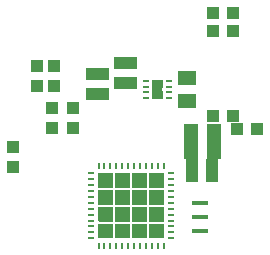
<source format=gbr>
G04 EAGLE Gerber RS-274X export*
G75*
%MOMM*%
%FSLAX34Y34*%
%LPD*%
%INSolderpaste Bottom*%
%IPPOS*%
%AMOC8*
5,1,8,0,0,1.08239X$1,22.5*%
G01*
%ADD10R,1.399997X0.400000*%
%ADD11R,1.100000X1.000000*%
%ADD12R,1.000000X1.100000*%
%ADD13R,1.300000X1.500000*%
%ADD14R,0.550000X0.254000*%
%ADD15R,0.254000X0.550000*%
%ADD16R,0.500000X0.250000*%
%ADD17R,0.900000X1.600000*%
%ADD18R,1.500000X1.300000*%

G36*
X24275Y103999D02*
X24275Y103999D01*
X24277Y103998D01*
X24320Y104018D01*
X24364Y104036D01*
X24364Y104038D01*
X24366Y104039D01*
X24399Y104124D01*
X24399Y116348D01*
X24398Y116350D01*
X24399Y116352D01*
X24379Y116395D01*
X24361Y116439D01*
X24359Y116439D01*
X24358Y116441D01*
X24273Y116474D01*
X12049Y116474D01*
X12047Y116473D01*
X12045Y116474D01*
X12002Y116454D01*
X11958Y116436D01*
X11958Y116434D01*
X11956Y116433D01*
X11923Y116348D01*
X11923Y104124D01*
X11924Y104122D01*
X11923Y104120D01*
X11943Y104077D01*
X11961Y104033D01*
X11963Y104033D01*
X11964Y104031D01*
X12049Y103998D01*
X24273Y103998D01*
X24275Y103999D01*
G37*
G36*
X-4173Y103999D02*
X-4173Y103999D01*
X-4171Y103998D01*
X-4128Y104018D01*
X-4084Y104036D01*
X-4084Y104038D01*
X-4082Y104039D01*
X-4049Y104124D01*
X-4049Y116348D01*
X-4050Y116350D01*
X-4049Y116352D01*
X-4069Y116395D01*
X-4087Y116439D01*
X-4089Y116439D01*
X-4090Y116441D01*
X-4175Y116474D01*
X-16399Y116474D01*
X-16401Y116473D01*
X-16403Y116474D01*
X-16446Y116454D01*
X-16490Y116436D01*
X-16490Y116434D01*
X-16492Y116433D01*
X-16525Y116348D01*
X-16525Y104124D01*
X-16524Y104122D01*
X-16525Y104120D01*
X-16505Y104077D01*
X-16487Y104033D01*
X-16485Y104033D01*
X-16484Y104031D01*
X-16399Y103998D01*
X-4175Y103998D01*
X-4173Y103999D01*
G37*
G36*
X-18397Y103999D02*
X-18397Y103999D01*
X-18395Y103998D01*
X-18352Y104018D01*
X-18308Y104036D01*
X-18308Y104038D01*
X-18306Y104039D01*
X-18273Y104124D01*
X-18273Y116348D01*
X-18274Y116350D01*
X-18273Y116352D01*
X-18293Y116395D01*
X-18311Y116439D01*
X-18313Y116439D01*
X-18314Y116441D01*
X-18399Y116474D01*
X-30623Y116474D01*
X-30625Y116473D01*
X-30627Y116474D01*
X-30670Y116454D01*
X-30714Y116436D01*
X-30714Y116434D01*
X-30716Y116433D01*
X-30749Y116348D01*
X-30749Y104124D01*
X-30748Y104122D01*
X-30749Y104120D01*
X-30729Y104077D01*
X-30711Y104033D01*
X-30709Y104033D01*
X-30708Y104031D01*
X-30623Y103998D01*
X-18399Y103998D01*
X-18397Y103999D01*
G37*
G36*
X10051Y103999D02*
X10051Y103999D01*
X10053Y103998D01*
X10096Y104018D01*
X10140Y104036D01*
X10140Y104038D01*
X10142Y104039D01*
X10175Y104124D01*
X10175Y116348D01*
X10174Y116350D01*
X10175Y116352D01*
X10155Y116395D01*
X10137Y116439D01*
X10135Y116439D01*
X10134Y116441D01*
X10049Y116474D01*
X-2175Y116474D01*
X-2177Y116473D01*
X-2179Y116474D01*
X-2222Y116454D01*
X-2266Y116436D01*
X-2266Y116434D01*
X-2268Y116433D01*
X-2301Y116348D01*
X-2301Y104124D01*
X-2300Y104122D01*
X-2301Y104120D01*
X-2281Y104077D01*
X-2263Y104033D01*
X-2261Y104033D01*
X-2260Y104031D01*
X-2175Y103998D01*
X10049Y103998D01*
X10051Y103999D01*
G37*
G36*
X-4173Y89775D02*
X-4173Y89775D01*
X-4171Y89774D01*
X-4128Y89794D01*
X-4084Y89812D01*
X-4084Y89814D01*
X-4082Y89815D01*
X-4049Y89900D01*
X-4049Y102124D01*
X-4050Y102126D01*
X-4049Y102128D01*
X-4069Y102171D01*
X-4087Y102215D01*
X-4089Y102215D01*
X-4090Y102217D01*
X-4175Y102250D01*
X-16399Y102250D01*
X-16401Y102249D01*
X-16403Y102250D01*
X-16446Y102230D01*
X-16490Y102212D01*
X-16490Y102210D01*
X-16492Y102209D01*
X-16525Y102124D01*
X-16525Y89900D01*
X-16524Y89898D01*
X-16525Y89896D01*
X-16505Y89853D01*
X-16487Y89809D01*
X-16485Y89809D01*
X-16484Y89807D01*
X-16399Y89774D01*
X-4175Y89774D01*
X-4173Y89775D01*
G37*
G36*
X10051Y89775D02*
X10051Y89775D01*
X10053Y89774D01*
X10096Y89794D01*
X10140Y89812D01*
X10140Y89814D01*
X10142Y89815D01*
X10175Y89900D01*
X10175Y102124D01*
X10174Y102126D01*
X10175Y102128D01*
X10155Y102171D01*
X10137Y102215D01*
X10135Y102215D01*
X10134Y102217D01*
X10049Y102250D01*
X-2175Y102250D01*
X-2177Y102249D01*
X-2179Y102250D01*
X-2222Y102230D01*
X-2266Y102212D01*
X-2266Y102210D01*
X-2268Y102209D01*
X-2301Y102124D01*
X-2301Y89900D01*
X-2300Y89898D01*
X-2301Y89896D01*
X-2281Y89853D01*
X-2263Y89809D01*
X-2261Y89809D01*
X-2260Y89807D01*
X-2175Y89774D01*
X10049Y89774D01*
X10051Y89775D01*
G37*
G36*
X-18397Y89775D02*
X-18397Y89775D01*
X-18395Y89774D01*
X-18352Y89794D01*
X-18308Y89812D01*
X-18308Y89814D01*
X-18306Y89815D01*
X-18273Y89900D01*
X-18273Y102124D01*
X-18274Y102126D01*
X-18273Y102128D01*
X-18293Y102171D01*
X-18311Y102215D01*
X-18313Y102215D01*
X-18314Y102217D01*
X-18399Y102250D01*
X-30623Y102250D01*
X-30625Y102249D01*
X-30627Y102250D01*
X-30670Y102230D01*
X-30714Y102212D01*
X-30714Y102210D01*
X-30716Y102209D01*
X-30749Y102124D01*
X-30749Y89900D01*
X-30748Y89898D01*
X-30749Y89896D01*
X-30729Y89853D01*
X-30711Y89809D01*
X-30709Y89809D01*
X-30708Y89807D01*
X-30623Y89774D01*
X-18399Y89774D01*
X-18397Y89775D01*
G37*
G36*
X24275Y89775D02*
X24275Y89775D01*
X24277Y89774D01*
X24320Y89794D01*
X24364Y89812D01*
X24364Y89814D01*
X24366Y89815D01*
X24399Y89900D01*
X24399Y102124D01*
X24398Y102126D01*
X24399Y102128D01*
X24379Y102171D01*
X24361Y102215D01*
X24359Y102215D01*
X24358Y102217D01*
X24273Y102250D01*
X12049Y102250D01*
X12047Y102249D01*
X12045Y102250D01*
X12002Y102230D01*
X11958Y102212D01*
X11958Y102210D01*
X11956Y102209D01*
X11923Y102124D01*
X11923Y89900D01*
X11924Y89898D01*
X11923Y89896D01*
X11943Y89853D01*
X11961Y89809D01*
X11963Y89809D01*
X11964Y89807D01*
X12049Y89774D01*
X24273Y89774D01*
X24275Y89775D01*
G37*
G36*
X10051Y75551D02*
X10051Y75551D01*
X10053Y75550D01*
X10096Y75570D01*
X10140Y75588D01*
X10140Y75590D01*
X10142Y75591D01*
X10175Y75676D01*
X10175Y87900D01*
X10174Y87902D01*
X10175Y87904D01*
X10155Y87947D01*
X10137Y87991D01*
X10135Y87991D01*
X10134Y87993D01*
X10049Y88026D01*
X-2175Y88026D01*
X-2177Y88025D01*
X-2179Y88026D01*
X-2222Y88006D01*
X-2266Y87988D01*
X-2266Y87986D01*
X-2268Y87985D01*
X-2301Y87900D01*
X-2301Y75676D01*
X-2300Y75674D01*
X-2301Y75672D01*
X-2281Y75629D01*
X-2263Y75585D01*
X-2261Y75585D01*
X-2260Y75583D01*
X-2175Y75550D01*
X10049Y75550D01*
X10051Y75551D01*
G37*
G36*
X-18397Y75551D02*
X-18397Y75551D01*
X-18395Y75550D01*
X-18352Y75570D01*
X-18308Y75588D01*
X-18308Y75590D01*
X-18306Y75591D01*
X-18273Y75676D01*
X-18273Y87900D01*
X-18274Y87902D01*
X-18273Y87904D01*
X-18293Y87947D01*
X-18311Y87991D01*
X-18313Y87991D01*
X-18314Y87993D01*
X-18399Y88026D01*
X-30623Y88026D01*
X-30625Y88025D01*
X-30627Y88026D01*
X-30670Y88006D01*
X-30714Y87988D01*
X-30714Y87986D01*
X-30716Y87985D01*
X-30749Y87900D01*
X-30749Y75676D01*
X-30748Y75674D01*
X-30749Y75672D01*
X-30729Y75629D01*
X-30711Y75585D01*
X-30709Y75585D01*
X-30708Y75583D01*
X-30623Y75550D01*
X-18399Y75550D01*
X-18397Y75551D01*
G37*
G36*
X24275Y75551D02*
X24275Y75551D01*
X24277Y75550D01*
X24320Y75570D01*
X24364Y75588D01*
X24364Y75590D01*
X24366Y75591D01*
X24399Y75676D01*
X24399Y87900D01*
X24398Y87902D01*
X24399Y87904D01*
X24379Y87947D01*
X24361Y87991D01*
X24359Y87991D01*
X24358Y87993D01*
X24273Y88026D01*
X12049Y88026D01*
X12047Y88025D01*
X12045Y88026D01*
X12002Y88006D01*
X11958Y87988D01*
X11958Y87986D01*
X11956Y87985D01*
X11923Y87900D01*
X11923Y75676D01*
X11924Y75674D01*
X11923Y75672D01*
X11943Y75629D01*
X11961Y75585D01*
X11963Y75585D01*
X11964Y75583D01*
X12049Y75550D01*
X24273Y75550D01*
X24275Y75551D01*
G37*
G36*
X-4173Y75551D02*
X-4173Y75551D01*
X-4171Y75550D01*
X-4128Y75570D01*
X-4084Y75588D01*
X-4084Y75590D01*
X-4082Y75591D01*
X-4049Y75676D01*
X-4049Y87900D01*
X-4050Y87902D01*
X-4049Y87904D01*
X-4069Y87947D01*
X-4087Y87991D01*
X-4089Y87991D01*
X-4090Y87993D01*
X-4175Y88026D01*
X-16399Y88026D01*
X-16401Y88025D01*
X-16403Y88026D01*
X-16446Y88006D01*
X-16490Y87988D01*
X-16490Y87986D01*
X-16492Y87985D01*
X-16525Y87900D01*
X-16525Y75676D01*
X-16524Y75674D01*
X-16525Y75672D01*
X-16505Y75629D01*
X-16487Y75585D01*
X-16485Y75585D01*
X-16484Y75583D01*
X-16399Y75550D01*
X-4175Y75550D01*
X-4173Y75551D01*
G37*
G36*
X-18397Y61327D02*
X-18397Y61327D01*
X-18395Y61326D01*
X-18352Y61346D01*
X-18308Y61364D01*
X-18308Y61366D01*
X-18306Y61367D01*
X-18273Y61452D01*
X-18273Y73676D01*
X-18274Y73678D01*
X-18273Y73680D01*
X-18293Y73723D01*
X-18311Y73767D01*
X-18313Y73767D01*
X-18314Y73769D01*
X-18399Y73802D01*
X-30623Y73802D01*
X-30625Y73801D01*
X-30627Y73802D01*
X-30670Y73782D01*
X-30714Y73764D01*
X-30714Y73762D01*
X-30716Y73761D01*
X-30749Y73676D01*
X-30749Y61452D01*
X-30748Y61450D01*
X-30749Y61448D01*
X-30729Y61405D01*
X-30711Y61361D01*
X-30709Y61361D01*
X-30708Y61359D01*
X-30623Y61326D01*
X-18399Y61326D01*
X-18397Y61327D01*
G37*
G36*
X-4173Y61327D02*
X-4173Y61327D01*
X-4171Y61326D01*
X-4128Y61346D01*
X-4084Y61364D01*
X-4084Y61366D01*
X-4082Y61367D01*
X-4049Y61452D01*
X-4049Y73676D01*
X-4050Y73678D01*
X-4049Y73680D01*
X-4069Y73723D01*
X-4087Y73767D01*
X-4089Y73767D01*
X-4090Y73769D01*
X-4175Y73802D01*
X-16399Y73802D01*
X-16401Y73801D01*
X-16403Y73802D01*
X-16446Y73782D01*
X-16490Y73764D01*
X-16490Y73762D01*
X-16492Y73761D01*
X-16525Y73676D01*
X-16525Y61452D01*
X-16524Y61450D01*
X-16525Y61448D01*
X-16505Y61405D01*
X-16487Y61361D01*
X-16485Y61361D01*
X-16484Y61359D01*
X-16399Y61326D01*
X-4175Y61326D01*
X-4173Y61327D01*
G37*
G36*
X10051Y61327D02*
X10051Y61327D01*
X10053Y61326D01*
X10096Y61346D01*
X10140Y61364D01*
X10140Y61366D01*
X10142Y61367D01*
X10175Y61452D01*
X10175Y73676D01*
X10174Y73678D01*
X10175Y73680D01*
X10155Y73723D01*
X10137Y73767D01*
X10135Y73767D01*
X10134Y73769D01*
X10049Y73802D01*
X-2175Y73802D01*
X-2177Y73801D01*
X-2179Y73802D01*
X-2222Y73782D01*
X-2266Y73764D01*
X-2266Y73762D01*
X-2268Y73761D01*
X-2301Y73676D01*
X-2301Y61452D01*
X-2300Y61450D01*
X-2301Y61448D01*
X-2281Y61405D01*
X-2263Y61361D01*
X-2261Y61361D01*
X-2260Y61359D01*
X-2175Y61326D01*
X10049Y61326D01*
X10051Y61327D01*
G37*
G36*
X24275Y61327D02*
X24275Y61327D01*
X24277Y61326D01*
X24320Y61346D01*
X24364Y61364D01*
X24364Y61366D01*
X24366Y61367D01*
X24399Y61452D01*
X24399Y73676D01*
X24398Y73678D01*
X24399Y73680D01*
X24379Y73723D01*
X24361Y73767D01*
X24359Y73767D01*
X24358Y73769D01*
X24273Y73802D01*
X12049Y73802D01*
X12047Y73801D01*
X12045Y73802D01*
X12002Y73782D01*
X11958Y73764D01*
X11958Y73762D01*
X11956Y73761D01*
X11923Y73676D01*
X11923Y61452D01*
X11924Y61450D01*
X11923Y61448D01*
X11943Y61405D01*
X11961Y61361D01*
X11963Y61361D01*
X11964Y61359D01*
X12049Y61326D01*
X24273Y61326D01*
X24275Y61327D01*
G37*
G36*
X23066Y188201D02*
X23066Y188201D01*
X23072Y188199D01*
X23168Y188209D01*
X23179Y188215D01*
X23192Y188214D01*
X23284Y188241D01*
X23294Y188249D01*
X23307Y188251D01*
X23392Y188296D01*
X23399Y188306D01*
X23412Y188310D01*
X23487Y188371D01*
X23492Y188382D01*
X23504Y188388D01*
X23565Y188463D01*
X23568Y188474D01*
X23579Y188483D01*
X23624Y188568D01*
X23625Y188580D01*
X23634Y188591D01*
X23661Y188683D01*
X23660Y188695D01*
X23666Y188707D01*
X23676Y188803D01*
X23674Y188809D01*
X23676Y188815D01*
X23676Y194835D01*
X23674Y194841D01*
X23676Y194847D01*
X23666Y194943D01*
X23660Y194954D01*
X23661Y194967D01*
X23634Y195059D01*
X23626Y195069D01*
X23624Y195082D01*
X23579Y195167D01*
X23569Y195174D01*
X23565Y195187D01*
X23504Y195262D01*
X23493Y195267D01*
X23487Y195279D01*
X23412Y195340D01*
X23401Y195343D01*
X23392Y195354D01*
X23307Y195399D01*
X23295Y195400D01*
X23284Y195408D01*
X23192Y195436D01*
X23180Y195435D01*
X23168Y195441D01*
X23072Y195451D01*
X23066Y195449D01*
X23060Y195451D01*
X15040Y195451D01*
X15034Y195449D01*
X15028Y195451D01*
X14932Y195441D01*
X14921Y195435D01*
X14908Y195436D01*
X14816Y195408D01*
X14806Y195401D01*
X14793Y195399D01*
X14708Y195354D01*
X14701Y195344D01*
X14688Y195340D01*
X14613Y195279D01*
X14608Y195268D01*
X14596Y195262D01*
X14535Y195187D01*
X14532Y195176D01*
X14521Y195167D01*
X14476Y195082D01*
X14475Y195070D01*
X14466Y195059D01*
X14439Y194967D01*
X14440Y194955D01*
X14434Y194943D01*
X14424Y194847D01*
X14426Y194841D01*
X14424Y194835D01*
X14424Y188815D01*
X14426Y188809D01*
X14424Y188803D01*
X14434Y188707D01*
X14439Y188697D01*
X14440Y188696D01*
X14439Y188683D01*
X14466Y188591D01*
X14474Y188581D01*
X14476Y188568D01*
X14521Y188483D01*
X14531Y188476D01*
X14535Y188463D01*
X14596Y188388D01*
X14607Y188383D01*
X14613Y188371D01*
X14688Y188310D01*
X14699Y188307D01*
X14708Y188296D01*
X14793Y188251D01*
X14805Y188250D01*
X14816Y188241D01*
X14908Y188214D01*
X14920Y188215D01*
X14932Y188209D01*
X15028Y188199D01*
X15034Y188201D01*
X15040Y188199D01*
X23060Y188199D01*
X23066Y188201D01*
G37*
G36*
X23066Y179201D02*
X23066Y179201D01*
X23072Y179199D01*
X23168Y179209D01*
X23179Y179215D01*
X23192Y179214D01*
X23284Y179241D01*
X23294Y179249D01*
X23307Y179251D01*
X23392Y179296D01*
X23399Y179306D01*
X23412Y179310D01*
X23487Y179371D01*
X23492Y179382D01*
X23504Y179388D01*
X23565Y179463D01*
X23568Y179474D01*
X23579Y179483D01*
X23624Y179568D01*
X23625Y179580D01*
X23634Y179591D01*
X23661Y179683D01*
X23660Y179695D01*
X23666Y179707D01*
X23676Y179803D01*
X23674Y179809D01*
X23676Y179815D01*
X23676Y185835D01*
X23674Y185841D01*
X23676Y185847D01*
X23666Y185943D01*
X23660Y185954D01*
X23661Y185967D01*
X23634Y186059D01*
X23626Y186069D01*
X23624Y186082D01*
X23579Y186167D01*
X23569Y186174D01*
X23565Y186187D01*
X23504Y186262D01*
X23493Y186267D01*
X23487Y186279D01*
X23412Y186340D01*
X23401Y186343D01*
X23392Y186354D01*
X23307Y186399D01*
X23295Y186400D01*
X23284Y186409D01*
X23192Y186436D01*
X23180Y186435D01*
X23168Y186441D01*
X23072Y186451D01*
X23066Y186449D01*
X23060Y186451D01*
X15040Y186451D01*
X15034Y186449D01*
X15028Y186451D01*
X14932Y186441D01*
X14921Y186435D01*
X14908Y186436D01*
X14816Y186409D01*
X14806Y186401D01*
X14793Y186399D01*
X14708Y186354D01*
X14701Y186344D01*
X14688Y186340D01*
X14613Y186279D01*
X14608Y186268D01*
X14596Y186262D01*
X14535Y186187D01*
X14532Y186176D01*
X14521Y186167D01*
X14476Y186082D01*
X14475Y186070D01*
X14466Y186059D01*
X14439Y185967D01*
X14440Y185955D01*
X14434Y185943D01*
X14424Y185847D01*
X14426Y185841D01*
X14424Y185835D01*
X14424Y179815D01*
X14426Y179809D01*
X14424Y179803D01*
X14434Y179707D01*
X14439Y179697D01*
X14440Y179696D01*
X14439Y179683D01*
X14466Y179591D01*
X14474Y179581D01*
X14476Y179568D01*
X14521Y179483D01*
X14531Y179476D01*
X14535Y179463D01*
X14596Y179388D01*
X14607Y179383D01*
X14613Y179371D01*
X14688Y179310D01*
X14699Y179307D01*
X14708Y179296D01*
X14793Y179251D01*
X14805Y179250D01*
X14816Y179241D01*
X14908Y179214D01*
X14920Y179215D01*
X14932Y179209D01*
X15028Y179199D01*
X15034Y179201D01*
X15040Y179199D01*
X23060Y179199D01*
X23066Y179201D01*
G37*
D10*
X55563Y67375D03*
X55563Y79375D03*
X55563Y91375D03*
D11*
X-103188Y121675D03*
X-103188Y138675D03*
D12*
X66113Y165100D03*
X83113Y165100D03*
D11*
X103750Y153988D03*
X86750Y153988D03*
X48650Y114300D03*
X65650Y114300D03*
X48650Y123825D03*
X65650Y123825D03*
D13*
X47650Y136525D03*
X66650Y136525D03*
X47650Y150813D03*
X66650Y150813D03*
D14*
X30625Y116407D03*
X30625Y111406D03*
X30625Y106404D03*
X30625Y101403D03*
X30625Y96402D03*
X30625Y91401D03*
X30625Y86399D03*
X30625Y81398D03*
X30625Y76397D03*
X30625Y71396D03*
X30625Y66394D03*
X30625Y61393D03*
D15*
X24332Y55100D03*
X19331Y55100D03*
X14329Y55100D03*
X9328Y55100D03*
X4327Y55100D03*
X-674Y55100D03*
X-5676Y55100D03*
X-10677Y55100D03*
X-15678Y55100D03*
X-20679Y55100D03*
X-25681Y55100D03*
X-30682Y55100D03*
D14*
X-36975Y61393D03*
X-36975Y66394D03*
X-36975Y71396D03*
X-36975Y76397D03*
X-36975Y81398D03*
X-36975Y86399D03*
X-36975Y91401D03*
X-36975Y96402D03*
X-36975Y101403D03*
X-36975Y106404D03*
X-36975Y111406D03*
X-36975Y116407D03*
D15*
X-30682Y122700D03*
X-25681Y122700D03*
X-20679Y122700D03*
X-15678Y122700D03*
X-10677Y122700D03*
X-5676Y122700D03*
X-674Y122700D03*
X4327Y122700D03*
X9328Y122700D03*
X14329Y122700D03*
X19331Y122700D03*
X24332Y122700D03*
D16*
X28550Y194825D03*
X28550Y189825D03*
X28550Y184825D03*
X28550Y179825D03*
X9550Y179825D03*
X9550Y184825D03*
X9550Y189825D03*
X9550Y194825D03*
D17*
X19050Y187325D03*
D12*
X-3175Y193113D03*
X-3175Y210113D03*
X-12700Y193113D03*
X-12700Y210113D03*
X-26988Y183588D03*
X-26988Y200588D03*
X-36513Y183588D03*
X-36513Y200588D03*
D18*
X44450Y177825D03*
X44450Y196825D03*
D11*
X-82550Y189938D03*
X-82550Y206938D03*
X-68263Y189938D03*
X-68263Y206938D03*
X-69850Y155013D03*
X-69850Y172013D03*
X-52388Y155013D03*
X-52388Y172013D03*
D12*
X83113Y252413D03*
X66113Y252413D03*
X83113Y236538D03*
X66113Y236538D03*
M02*

</source>
